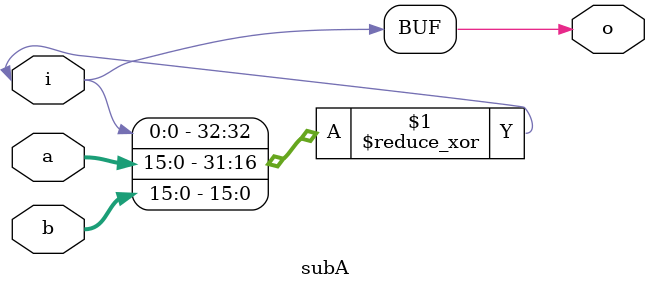
<source format=v>

(* baz="quux" *) module subA (i, o, a, b);

(* foo="bar" *) input i;
input [15:0] a, b;
output o;

assign o = ^{i,a,b};

initial o = i;

endmodule

</source>
